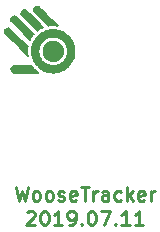
<source format=gbr>
G04 #@! TF.GenerationSoftware,KiCad,Pcbnew,5.0.0*
G04 #@! TF.CreationDate,2019-07-11T02:24:03-06:00*
G04 #@! TF.ProjectId,woose-tracker,776F6F73652D747261636B65722E6B69,1*
G04 #@! TF.SameCoordinates,Original*
G04 #@! TF.FileFunction,Soldermask,Top*
G04 #@! TF.FilePolarity,Negative*
%FSLAX46Y46*%
G04 Gerber Fmt 4.6, Leading zero omitted, Abs format (unit mm)*
G04 Created by KiCad (PCBNEW 5.0.0) date Thu Jul 11 02:24:03 2019*
%MOMM*%
%LPD*%
G01*
G04 APERTURE LIST*
%ADD10C,0.250000*%
%ADD11C,0.002540*%
G04 APERTURE END LIST*
D10*
X49911097Y-49006097D02*
X50196811Y-50206097D01*
X50425382Y-49348954D01*
X50653954Y-50206097D01*
X50939668Y-49006097D01*
X51568240Y-50206097D02*
X51453954Y-50148954D01*
X51396811Y-50091811D01*
X51339668Y-49977525D01*
X51339668Y-49634668D01*
X51396811Y-49520382D01*
X51453954Y-49463240D01*
X51568240Y-49406097D01*
X51739668Y-49406097D01*
X51853954Y-49463240D01*
X51911097Y-49520382D01*
X51968240Y-49634668D01*
X51968240Y-49977525D01*
X51911097Y-50091811D01*
X51853954Y-50148954D01*
X51739668Y-50206097D01*
X51568240Y-50206097D01*
X52653954Y-50206097D02*
X52539668Y-50148954D01*
X52482525Y-50091811D01*
X52425382Y-49977525D01*
X52425382Y-49634668D01*
X52482525Y-49520382D01*
X52539668Y-49463240D01*
X52653954Y-49406097D01*
X52825382Y-49406097D01*
X52939668Y-49463240D01*
X52996811Y-49520382D01*
X53053954Y-49634668D01*
X53053954Y-49977525D01*
X52996811Y-50091811D01*
X52939668Y-50148954D01*
X52825382Y-50206097D01*
X52653954Y-50206097D01*
X53511097Y-50148954D02*
X53625382Y-50206097D01*
X53853954Y-50206097D01*
X53968240Y-50148954D01*
X54025382Y-50034668D01*
X54025382Y-49977525D01*
X53968240Y-49863240D01*
X53853954Y-49806097D01*
X53682525Y-49806097D01*
X53568240Y-49748954D01*
X53511097Y-49634668D01*
X53511097Y-49577525D01*
X53568240Y-49463240D01*
X53682525Y-49406097D01*
X53853954Y-49406097D01*
X53968240Y-49463240D01*
X54996811Y-50148954D02*
X54882525Y-50206097D01*
X54653954Y-50206097D01*
X54539668Y-50148954D01*
X54482525Y-50034668D01*
X54482525Y-49577525D01*
X54539668Y-49463240D01*
X54653954Y-49406097D01*
X54882525Y-49406097D01*
X54996811Y-49463240D01*
X55053954Y-49577525D01*
X55053954Y-49691811D01*
X54482525Y-49806097D01*
X55396811Y-49006097D02*
X56082525Y-49006097D01*
X55739668Y-50206097D02*
X55739668Y-49006097D01*
X56482525Y-50206097D02*
X56482525Y-49406097D01*
X56482525Y-49634668D02*
X56539668Y-49520382D01*
X56596811Y-49463240D01*
X56711097Y-49406097D01*
X56825382Y-49406097D01*
X57739668Y-50206097D02*
X57739668Y-49577525D01*
X57682525Y-49463240D01*
X57568240Y-49406097D01*
X57339668Y-49406097D01*
X57225382Y-49463240D01*
X57739668Y-50148954D02*
X57625382Y-50206097D01*
X57339668Y-50206097D01*
X57225382Y-50148954D01*
X57168240Y-50034668D01*
X57168240Y-49920382D01*
X57225382Y-49806097D01*
X57339668Y-49748954D01*
X57625382Y-49748954D01*
X57739668Y-49691811D01*
X58825382Y-50148954D02*
X58711097Y-50206097D01*
X58482525Y-50206097D01*
X58368240Y-50148954D01*
X58311097Y-50091811D01*
X58253954Y-49977525D01*
X58253954Y-49634668D01*
X58311097Y-49520382D01*
X58368240Y-49463240D01*
X58482525Y-49406097D01*
X58711097Y-49406097D01*
X58825382Y-49463240D01*
X59339668Y-50206097D02*
X59339668Y-49006097D01*
X59453954Y-49748954D02*
X59796811Y-50206097D01*
X59796811Y-49406097D02*
X59339668Y-49863240D01*
X60768240Y-50148954D02*
X60653954Y-50206097D01*
X60425382Y-50206097D01*
X60311097Y-50148954D01*
X60253954Y-50034668D01*
X60253954Y-49577525D01*
X60311097Y-49463240D01*
X60425382Y-49406097D01*
X60653954Y-49406097D01*
X60768240Y-49463240D01*
X60825382Y-49577525D01*
X60825382Y-49691811D01*
X60253954Y-49806097D01*
X61339668Y-50206097D02*
X61339668Y-49406097D01*
X61339668Y-49634668D02*
X61396811Y-49520382D01*
X61453954Y-49463240D01*
X61568240Y-49406097D01*
X61682525Y-49406097D01*
X50853954Y-51170382D02*
X50911097Y-51113240D01*
X51025382Y-51056097D01*
X51311097Y-51056097D01*
X51425382Y-51113240D01*
X51482525Y-51170382D01*
X51539668Y-51284668D01*
X51539668Y-51398954D01*
X51482525Y-51570382D01*
X50796811Y-52256097D01*
X51539668Y-52256097D01*
X52282525Y-51056097D02*
X52396811Y-51056097D01*
X52511097Y-51113240D01*
X52568240Y-51170382D01*
X52625382Y-51284668D01*
X52682525Y-51513240D01*
X52682525Y-51798954D01*
X52625382Y-52027525D01*
X52568240Y-52141811D01*
X52511097Y-52198954D01*
X52396811Y-52256097D01*
X52282525Y-52256097D01*
X52168240Y-52198954D01*
X52111097Y-52141811D01*
X52053954Y-52027525D01*
X51996811Y-51798954D01*
X51996811Y-51513240D01*
X52053954Y-51284668D01*
X52111097Y-51170382D01*
X52168240Y-51113240D01*
X52282525Y-51056097D01*
X53825382Y-52256097D02*
X53139668Y-52256097D01*
X53482525Y-52256097D02*
X53482525Y-51056097D01*
X53368240Y-51227525D01*
X53253954Y-51341811D01*
X53139668Y-51398954D01*
X54396811Y-52256097D02*
X54625382Y-52256097D01*
X54739668Y-52198954D01*
X54796811Y-52141811D01*
X54911097Y-51970382D01*
X54968240Y-51741811D01*
X54968240Y-51284668D01*
X54911097Y-51170382D01*
X54853954Y-51113240D01*
X54739668Y-51056097D01*
X54511097Y-51056097D01*
X54396811Y-51113240D01*
X54339668Y-51170382D01*
X54282525Y-51284668D01*
X54282525Y-51570382D01*
X54339668Y-51684668D01*
X54396811Y-51741811D01*
X54511097Y-51798954D01*
X54739668Y-51798954D01*
X54853954Y-51741811D01*
X54911097Y-51684668D01*
X54968240Y-51570382D01*
X55482525Y-52141811D02*
X55539668Y-52198954D01*
X55482525Y-52256097D01*
X55425382Y-52198954D01*
X55482525Y-52141811D01*
X55482525Y-52256097D01*
X56282525Y-51056097D02*
X56396811Y-51056097D01*
X56511097Y-51113240D01*
X56568240Y-51170382D01*
X56625382Y-51284668D01*
X56682525Y-51513240D01*
X56682525Y-51798954D01*
X56625382Y-52027525D01*
X56568240Y-52141811D01*
X56511097Y-52198954D01*
X56396811Y-52256097D01*
X56282525Y-52256097D01*
X56168240Y-52198954D01*
X56111097Y-52141811D01*
X56053954Y-52027525D01*
X55996811Y-51798954D01*
X55996811Y-51513240D01*
X56053954Y-51284668D01*
X56111097Y-51170382D01*
X56168240Y-51113240D01*
X56282525Y-51056097D01*
X57082525Y-51056097D02*
X57882525Y-51056097D01*
X57368240Y-52256097D01*
X58339668Y-52141811D02*
X58396811Y-52198954D01*
X58339668Y-52256097D01*
X58282525Y-52198954D01*
X58339668Y-52141811D01*
X58339668Y-52256097D01*
X59539668Y-52256097D02*
X58853954Y-52256097D01*
X59196811Y-52256097D02*
X59196811Y-51056097D01*
X59082525Y-51227525D01*
X58968240Y-51341811D01*
X58853954Y-51398954D01*
X60682525Y-52256097D02*
X59996811Y-52256097D01*
X60339668Y-52256097D02*
X60339668Y-51056097D01*
X60225382Y-51227525D01*
X60111097Y-51341811D01*
X59996811Y-51398954D01*
D11*
G04 #@! TO.C,P1*
G36*
X53645771Y-36914396D02*
X53687081Y-36959298D01*
X53724798Y-37000607D01*
X53746350Y-37029344D01*
X53802028Y-37120942D01*
X53845133Y-37217929D01*
X53877462Y-37318508D01*
X53893626Y-37420883D01*
X53899015Y-37523258D01*
X53891830Y-37627429D01*
X53870278Y-37728007D01*
X53836153Y-37830382D01*
X53789455Y-37927369D01*
X53762515Y-37972270D01*
X53740962Y-38001007D01*
X53714021Y-38035132D01*
X53681692Y-38071053D01*
X53649363Y-38106974D01*
X53617035Y-38142895D01*
X53588298Y-38168040D01*
X53573929Y-38182408D01*
X53480535Y-38247066D01*
X53385344Y-38299152D01*
X53284765Y-38338665D01*
X53182390Y-38365606D01*
X53078219Y-38376382D01*
X52970456Y-38376382D01*
X52866285Y-38358421D01*
X52835752Y-38353033D01*
X52742358Y-38324296D01*
X52654351Y-38286579D01*
X52573529Y-38238086D01*
X52496299Y-38178816D01*
X52420864Y-38106974D01*
X52399312Y-38085422D01*
X52359799Y-38042316D01*
X52329266Y-38004599D01*
X52304121Y-37965086D01*
X52293345Y-37947126D01*
X52243055Y-37850139D01*
X52203542Y-37749560D01*
X52178398Y-37648981D01*
X52169417Y-37543014D01*
X52171213Y-37437047D01*
X52189174Y-37332876D01*
X52217911Y-37228705D01*
X52259220Y-37133515D01*
X52284365Y-37086817D01*
X52309509Y-37047304D01*
X52336450Y-37009587D01*
X52368779Y-36970074D01*
X52408292Y-36930561D01*
X52454989Y-36883863D01*
X52510667Y-36835370D01*
X52557364Y-36795857D01*
X52604062Y-36763528D01*
X52654351Y-36738383D01*
X52708233Y-36713239D01*
X52749542Y-36697074D01*
X52855509Y-36666541D01*
X52961476Y-36650377D01*
X53069239Y-36646785D01*
X53173410Y-36657561D01*
X53277581Y-36682706D01*
X53376364Y-36720423D01*
X53473350Y-36770712D01*
X53520048Y-36803041D01*
X53557765Y-36833574D01*
X53600870Y-36869495D01*
X53645771Y-36914396D01*
X53645771Y-36914396D01*
G37*
X53645771Y-36914396D02*
X53687081Y-36959298D01*
X53724798Y-37000607D01*
X53746350Y-37029344D01*
X53802028Y-37120942D01*
X53845133Y-37217929D01*
X53877462Y-37318508D01*
X53893626Y-37420883D01*
X53899015Y-37523258D01*
X53891830Y-37627429D01*
X53870278Y-37728007D01*
X53836153Y-37830382D01*
X53789455Y-37927369D01*
X53762515Y-37972270D01*
X53740962Y-38001007D01*
X53714021Y-38035132D01*
X53681692Y-38071053D01*
X53649363Y-38106974D01*
X53617035Y-38142895D01*
X53588298Y-38168040D01*
X53573929Y-38182408D01*
X53480535Y-38247066D01*
X53385344Y-38299152D01*
X53284765Y-38338665D01*
X53182390Y-38365606D01*
X53078219Y-38376382D01*
X52970456Y-38376382D01*
X52866285Y-38358421D01*
X52835752Y-38353033D01*
X52742358Y-38324296D01*
X52654351Y-38286579D01*
X52573529Y-38238086D01*
X52496299Y-38178816D01*
X52420864Y-38106974D01*
X52399312Y-38085422D01*
X52359799Y-38042316D01*
X52329266Y-38004599D01*
X52304121Y-37965086D01*
X52293345Y-37947126D01*
X52243055Y-37850139D01*
X52203542Y-37749560D01*
X52178398Y-37648981D01*
X52169417Y-37543014D01*
X52171213Y-37437047D01*
X52189174Y-37332876D01*
X52217911Y-37228705D01*
X52259220Y-37133515D01*
X52284365Y-37086817D01*
X52309509Y-37047304D01*
X52336450Y-37009587D01*
X52368779Y-36970074D01*
X52408292Y-36930561D01*
X52454989Y-36883863D01*
X52510667Y-36835370D01*
X52557364Y-36795857D01*
X52604062Y-36763528D01*
X52654351Y-36738383D01*
X52708233Y-36713239D01*
X52749542Y-36697074D01*
X52855509Y-36666541D01*
X52961476Y-36650377D01*
X53069239Y-36646785D01*
X53173410Y-36657561D01*
X53277581Y-36682706D01*
X53376364Y-36720423D01*
X53473350Y-36770712D01*
X53520048Y-36803041D01*
X53557765Y-36833574D01*
X53600870Y-36869495D01*
X53645771Y-36914396D01*
G36*
X51409688Y-36064864D02*
X51382747Y-36095397D01*
X51312701Y-36186996D01*
X51249839Y-36275002D01*
X51195958Y-36357620D01*
X51147464Y-36438443D01*
X51142076Y-36451015D01*
X51124115Y-36483344D01*
X51104359Y-36513877D01*
X51088194Y-36540818D01*
X51075622Y-36556982D01*
X51052273Y-36583923D01*
X50256623Y-35784680D01*
X49460972Y-34985437D01*
X49443012Y-34945924D01*
X49421459Y-34884858D01*
X49416071Y-34821997D01*
X49426847Y-34760931D01*
X49446604Y-34701661D01*
X49482525Y-34644188D01*
X49496893Y-34629819D01*
X49547182Y-34579530D01*
X49601064Y-34543609D01*
X49658538Y-34522056D01*
X49719603Y-34511280D01*
X49784261Y-34514872D01*
X49839939Y-34531036D01*
X49888432Y-34547201D01*
X50648162Y-35306930D01*
X51409688Y-36064864D01*
X51409688Y-36064864D01*
G37*
X51409688Y-36064864D02*
X51382747Y-36095397D01*
X51312701Y-36186996D01*
X51249839Y-36275002D01*
X51195958Y-36357620D01*
X51147464Y-36438443D01*
X51142076Y-36451015D01*
X51124115Y-36483344D01*
X51104359Y-36513877D01*
X51088194Y-36540818D01*
X51075622Y-36556982D01*
X51052273Y-36583923D01*
X50256623Y-35784680D01*
X49460972Y-34985437D01*
X49443012Y-34945924D01*
X49421459Y-34884858D01*
X49416071Y-34821997D01*
X49426847Y-34760931D01*
X49446604Y-34701661D01*
X49482525Y-34644188D01*
X49496893Y-34629819D01*
X49547182Y-34579530D01*
X49601064Y-34543609D01*
X49658538Y-34522056D01*
X49719603Y-34511280D01*
X49784261Y-34514872D01*
X49839939Y-34531036D01*
X49888432Y-34547201D01*
X50648162Y-35306930D01*
X51409688Y-36064864D01*
G36*
X52223299Y-35481147D02*
X52205338Y-35499108D01*
X52189174Y-35511680D01*
X52174805Y-35522457D01*
X52173009Y-35520661D01*
X52162233Y-35524253D01*
X52142476Y-35533233D01*
X52113740Y-35547601D01*
X52081411Y-35561970D01*
X52070634Y-35569154D01*
X51991608Y-35608667D01*
X51907194Y-35657160D01*
X51828168Y-35707450D01*
X51752733Y-35757739D01*
X51741957Y-35764923D01*
X51675503Y-35813417D01*
X51007372Y-35141694D01*
X50337445Y-34468174D01*
X50321281Y-34430457D01*
X50303320Y-34369392D01*
X50297932Y-34306530D01*
X50305116Y-34245464D01*
X50323077Y-34187991D01*
X50328465Y-34179010D01*
X50350017Y-34143089D01*
X50380550Y-34105372D01*
X50416471Y-34073043D01*
X50454188Y-34042510D01*
X50486517Y-34020958D01*
X50547583Y-33999405D01*
X50610445Y-33994017D01*
X50673307Y-33999405D01*
X50730780Y-34017366D01*
X50772089Y-34033530D01*
X51495898Y-34757339D01*
X52223299Y-35481147D01*
X52223299Y-35481147D01*
G37*
X52223299Y-35481147D02*
X52205338Y-35499108D01*
X52189174Y-35511680D01*
X52174805Y-35522457D01*
X52173009Y-35520661D01*
X52162233Y-35524253D01*
X52142476Y-35533233D01*
X52113740Y-35547601D01*
X52081411Y-35561970D01*
X52070634Y-35569154D01*
X51991608Y-35608667D01*
X51907194Y-35657160D01*
X51828168Y-35707450D01*
X51752733Y-35757739D01*
X51741957Y-35764923D01*
X51675503Y-35813417D01*
X51007372Y-35141694D01*
X50337445Y-34468174D01*
X50321281Y-34430457D01*
X50303320Y-34369392D01*
X50297932Y-34306530D01*
X50305116Y-34245464D01*
X50323077Y-34187991D01*
X50328465Y-34179010D01*
X50350017Y-34143089D01*
X50380550Y-34105372D01*
X50416471Y-34073043D01*
X50454188Y-34042510D01*
X50486517Y-34020958D01*
X50547583Y-33999405D01*
X50610445Y-33994017D01*
X50673307Y-33999405D01*
X50730780Y-34017366D01*
X50772089Y-34033530D01*
X51495898Y-34757339D01*
X52223299Y-35481147D01*
G36*
X53441022Y-35341055D02*
X53423061Y-35359016D01*
X53412285Y-35366200D01*
X53399712Y-35371588D01*
X53381752Y-35371588D01*
X53358403Y-35369792D01*
X53243456Y-35355424D01*
X53124917Y-35348240D01*
X52999193Y-35348240D01*
X52877061Y-35351832D01*
X52758522Y-35362608D01*
X52647167Y-35380569D01*
X52607654Y-35387753D01*
X52014957Y-34795056D01*
X51923358Y-34703457D01*
X51842536Y-34622635D01*
X51768898Y-34548997D01*
X51706036Y-34486135D01*
X51650358Y-34426865D01*
X51601865Y-34378372D01*
X51560556Y-34337063D01*
X51524635Y-34301142D01*
X51494102Y-34270609D01*
X51470753Y-34243668D01*
X51449201Y-34222115D01*
X51433036Y-34205951D01*
X51422260Y-34191583D01*
X51411484Y-34180806D01*
X51406095Y-34171826D01*
X51400707Y-34166438D01*
X51400707Y-34162846D01*
X51373767Y-34103576D01*
X51359398Y-34042510D01*
X51359398Y-33981445D01*
X51373767Y-33923971D01*
X51400707Y-33864701D01*
X51420464Y-33834168D01*
X51467161Y-33783879D01*
X51517451Y-33744366D01*
X51573128Y-33717425D01*
X51632398Y-33701261D01*
X51691668Y-33699465D01*
X51750937Y-33708445D01*
X51806615Y-33731793D01*
X51838944Y-33749754D01*
X51847924Y-33758734D01*
X51867681Y-33774899D01*
X51896417Y-33803636D01*
X51934135Y-33841353D01*
X51984424Y-33888050D01*
X52040102Y-33943728D01*
X52104759Y-34008385D01*
X52180194Y-34083820D01*
X52264608Y-34164642D01*
X52356207Y-34256240D01*
X52454989Y-34355023D01*
X52564549Y-34464582D01*
X52656147Y-34556181D01*
X53441022Y-35341055D01*
X53441022Y-35341055D01*
G37*
X53441022Y-35341055D02*
X53423061Y-35359016D01*
X53412285Y-35366200D01*
X53399712Y-35371588D01*
X53381752Y-35371588D01*
X53358403Y-35369792D01*
X53243456Y-35355424D01*
X53124917Y-35348240D01*
X52999193Y-35348240D01*
X52877061Y-35351832D01*
X52758522Y-35362608D01*
X52647167Y-35380569D01*
X52607654Y-35387753D01*
X52014957Y-34795056D01*
X51923358Y-34703457D01*
X51842536Y-34622635D01*
X51768898Y-34548997D01*
X51706036Y-34486135D01*
X51650358Y-34426865D01*
X51601865Y-34378372D01*
X51560556Y-34337063D01*
X51524635Y-34301142D01*
X51494102Y-34270609D01*
X51470753Y-34243668D01*
X51449201Y-34222115D01*
X51433036Y-34205951D01*
X51422260Y-34191583D01*
X51411484Y-34180806D01*
X51406095Y-34171826D01*
X51400707Y-34166438D01*
X51400707Y-34162846D01*
X51373767Y-34103576D01*
X51359398Y-34042510D01*
X51359398Y-33981445D01*
X51373767Y-33923971D01*
X51400707Y-33864701D01*
X51420464Y-33834168D01*
X51467161Y-33783879D01*
X51517451Y-33744366D01*
X51573128Y-33717425D01*
X51632398Y-33701261D01*
X51691668Y-33699465D01*
X51750937Y-33708445D01*
X51806615Y-33731793D01*
X51838944Y-33749754D01*
X51847924Y-33758734D01*
X51867681Y-33774899D01*
X51896417Y-33803636D01*
X51934135Y-33841353D01*
X51984424Y-33888050D01*
X52040102Y-33943728D01*
X52104759Y-34008385D01*
X52180194Y-34083820D01*
X52264608Y-34164642D01*
X52356207Y-34256240D01*
X52454989Y-34355023D01*
X52564549Y-34464582D01*
X52656147Y-34556181D01*
X53441022Y-35341055D01*
G36*
X50903201Y-37113758D02*
X50894221Y-37180212D01*
X50879852Y-37284383D01*
X50872668Y-37395738D01*
X50869076Y-37510685D01*
X50870872Y-37627429D01*
X50879852Y-37740580D01*
X50881649Y-37745968D01*
X50885241Y-37785481D01*
X50890629Y-37823198D01*
X50894221Y-37855527D01*
X50897813Y-37880672D01*
X50899609Y-37886060D01*
X50901405Y-37905817D01*
X50896017Y-37921981D01*
X50888833Y-37932757D01*
X50872668Y-37948922D01*
X49901005Y-36973666D01*
X48925749Y-35998410D01*
X48909584Y-35949917D01*
X48893420Y-35887055D01*
X48893420Y-35822397D01*
X48904196Y-35761331D01*
X48909584Y-35748759D01*
X48916769Y-35727206D01*
X48925749Y-35711042D01*
X48932933Y-35696674D01*
X48945505Y-35680509D01*
X48965262Y-35660753D01*
X48992203Y-35633812D01*
X49056860Y-35569154D01*
X49112538Y-35549397D01*
X49177196Y-35535029D01*
X49240058Y-35533233D01*
X49304716Y-35547601D01*
X49310104Y-35549397D01*
X49351413Y-35565562D01*
X50127307Y-36337864D01*
X50903201Y-37113758D01*
X50903201Y-37113758D01*
G37*
X50903201Y-37113758D02*
X50894221Y-37180212D01*
X50879852Y-37284383D01*
X50872668Y-37395738D01*
X50869076Y-37510685D01*
X50870872Y-37627429D01*
X50879852Y-37740580D01*
X50881649Y-37745968D01*
X50885241Y-37785481D01*
X50890629Y-37823198D01*
X50894221Y-37855527D01*
X50897813Y-37880672D01*
X50899609Y-37886060D01*
X50901405Y-37905817D01*
X50896017Y-37921981D01*
X50888833Y-37932757D01*
X50872668Y-37948922D01*
X49901005Y-36973666D01*
X48925749Y-35998410D01*
X48909584Y-35949917D01*
X48893420Y-35887055D01*
X48893420Y-35822397D01*
X48904196Y-35761331D01*
X48909584Y-35748759D01*
X48916769Y-35727206D01*
X48925749Y-35711042D01*
X48932933Y-35696674D01*
X48945505Y-35680509D01*
X48965262Y-35660753D01*
X48992203Y-35633812D01*
X49056860Y-35569154D01*
X49112538Y-35549397D01*
X49177196Y-35535029D01*
X49240058Y-35533233D01*
X49304716Y-35547601D01*
X49310104Y-35549397D01*
X49351413Y-35565562D01*
X50127307Y-36337864D01*
X50903201Y-37113758D01*
G36*
X51231879Y-38732000D02*
X51282168Y-38800250D01*
X51382747Y-38925974D01*
X51488714Y-39042717D01*
X51598273Y-39145092D01*
X51709628Y-39234894D01*
X51715016Y-39240283D01*
X51743753Y-39261835D01*
X51772490Y-39283388D01*
X51794043Y-39301348D01*
X51810207Y-39313921D01*
X51820983Y-39328289D01*
X51822779Y-39337269D01*
X51815595Y-39348046D01*
X51813799Y-39349842D01*
X51810207Y-39353434D01*
X51804819Y-39355230D01*
X51797635Y-39355230D01*
X51786858Y-39358822D01*
X51772490Y-39358822D01*
X51752733Y-39360618D01*
X51729385Y-39362414D01*
X51700648Y-39362414D01*
X51662931Y-39364210D01*
X51619826Y-39364210D01*
X51567740Y-39366006D01*
X51508470Y-39364210D01*
X51438424Y-39366006D01*
X51359398Y-39366006D01*
X51269596Y-39366006D01*
X51169017Y-39366006D01*
X51054069Y-39366006D01*
X50928346Y-39366006D01*
X50791846Y-39366006D01*
X50752333Y-39366006D01*
X50605057Y-39366006D01*
X50473945Y-39364210D01*
X50353609Y-39366006D01*
X50245846Y-39366006D01*
X50148860Y-39366006D01*
X50064445Y-39364210D01*
X49989011Y-39364210D01*
X49920761Y-39364210D01*
X49865084Y-39362414D01*
X49812998Y-39360618D01*
X49771689Y-39358822D01*
X49733972Y-39357026D01*
X49703439Y-39351638D01*
X49678294Y-39348046D01*
X49656742Y-39344454D01*
X49640577Y-39339065D01*
X49624413Y-39333677D01*
X49611840Y-39324697D01*
X49601064Y-39317513D01*
X49592084Y-39308533D01*
X49584900Y-39301348D01*
X49574123Y-39290572D01*
X49561551Y-39278000D01*
X49552571Y-39269019D01*
X49525630Y-39238487D01*
X49505873Y-39218730D01*
X49491505Y-39200769D01*
X49480729Y-39182809D01*
X49473544Y-39164848D01*
X49460972Y-39127131D01*
X49455584Y-39082230D01*
X49453788Y-39033737D01*
X49457380Y-38990631D01*
X49460972Y-38976263D01*
X49480729Y-38924178D01*
X49513058Y-38873888D01*
X49556163Y-38827191D01*
X49602860Y-38787678D01*
X49656742Y-38758941D01*
X49690867Y-38746369D01*
X49703439Y-38744572D01*
X49724992Y-38740980D01*
X49757320Y-38740980D01*
X49802222Y-38739184D01*
X49854307Y-38737388D01*
X49920761Y-38735592D01*
X49999787Y-38735592D01*
X50089590Y-38735592D01*
X50191965Y-38733796D01*
X50306912Y-38733796D01*
X50438024Y-38732000D01*
X50479333Y-38733796D01*
X51231879Y-38732000D01*
X51231879Y-38732000D01*
G37*
X51231879Y-38732000D02*
X51282168Y-38800250D01*
X51382747Y-38925974D01*
X51488714Y-39042717D01*
X51598273Y-39145092D01*
X51709628Y-39234894D01*
X51715016Y-39240283D01*
X51743753Y-39261835D01*
X51772490Y-39283388D01*
X51794043Y-39301348D01*
X51810207Y-39313921D01*
X51820983Y-39328289D01*
X51822779Y-39337269D01*
X51815595Y-39348046D01*
X51813799Y-39349842D01*
X51810207Y-39353434D01*
X51804819Y-39355230D01*
X51797635Y-39355230D01*
X51786858Y-39358822D01*
X51772490Y-39358822D01*
X51752733Y-39360618D01*
X51729385Y-39362414D01*
X51700648Y-39362414D01*
X51662931Y-39364210D01*
X51619826Y-39364210D01*
X51567740Y-39366006D01*
X51508470Y-39364210D01*
X51438424Y-39366006D01*
X51359398Y-39366006D01*
X51269596Y-39366006D01*
X51169017Y-39366006D01*
X51054069Y-39366006D01*
X50928346Y-39366006D01*
X50791846Y-39366006D01*
X50752333Y-39366006D01*
X50605057Y-39366006D01*
X50473945Y-39364210D01*
X50353609Y-39366006D01*
X50245846Y-39366006D01*
X50148860Y-39366006D01*
X50064445Y-39364210D01*
X49989011Y-39364210D01*
X49920761Y-39364210D01*
X49865084Y-39362414D01*
X49812998Y-39360618D01*
X49771689Y-39358822D01*
X49733972Y-39357026D01*
X49703439Y-39351638D01*
X49678294Y-39348046D01*
X49656742Y-39344454D01*
X49640577Y-39339065D01*
X49624413Y-39333677D01*
X49611840Y-39324697D01*
X49601064Y-39317513D01*
X49592084Y-39308533D01*
X49584900Y-39301348D01*
X49574123Y-39290572D01*
X49561551Y-39278000D01*
X49552571Y-39269019D01*
X49525630Y-39238487D01*
X49505873Y-39218730D01*
X49491505Y-39200769D01*
X49480729Y-39182809D01*
X49473544Y-39164848D01*
X49460972Y-39127131D01*
X49455584Y-39082230D01*
X49453788Y-39033737D01*
X49457380Y-38990631D01*
X49460972Y-38976263D01*
X49480729Y-38924178D01*
X49513058Y-38873888D01*
X49556163Y-38827191D01*
X49602860Y-38787678D01*
X49656742Y-38758941D01*
X49690867Y-38746369D01*
X49703439Y-38744572D01*
X49724992Y-38740980D01*
X49757320Y-38740980D01*
X49802222Y-38739184D01*
X49854307Y-38737388D01*
X49920761Y-38735592D01*
X49999787Y-38735592D01*
X50089590Y-38735592D01*
X50191965Y-38733796D01*
X50306912Y-38733796D01*
X50438024Y-38732000D01*
X50479333Y-38733796D01*
X51231879Y-38732000D01*
G36*
X54346231Y-36239081D02*
X54396521Y-36289370D01*
X54441422Y-36337864D01*
X54477343Y-36380969D01*
X54488119Y-36395337D01*
X54583310Y-36526449D01*
X54662336Y-36662949D01*
X54730586Y-36806633D01*
X54786264Y-36955705D01*
X54827573Y-37108370D01*
X54858106Y-37268218D01*
X54865290Y-37329284D01*
X54868882Y-37397534D01*
X54870678Y-37471172D01*
X54872474Y-37544810D01*
X54870678Y-37618448D01*
X54868882Y-37631021D01*
X53872074Y-36634212D01*
X53778679Y-36555186D01*
X53717613Y-36512081D01*
X53604462Y-36445627D01*
X53485923Y-36391745D01*
X53365587Y-36350436D01*
X53239864Y-36321699D01*
X53114140Y-36307331D01*
X52986621Y-36305535D01*
X52859101Y-36318107D01*
X52733377Y-36343252D01*
X52611246Y-36379173D01*
X52490910Y-36431258D01*
X52483726Y-36434851D01*
X52424457Y-36465383D01*
X52375963Y-36495916D01*
X52332858Y-36524653D01*
X52289753Y-36556982D01*
X52248444Y-36591107D01*
X52203542Y-36636008D01*
X52178398Y-36657561D01*
X52131700Y-36707850D01*
X52092187Y-36750956D01*
X52058062Y-36792265D01*
X52029325Y-36835370D01*
X52000588Y-36882067D01*
X51970056Y-36934153D01*
X51955687Y-36962890D01*
X51903602Y-37083225D01*
X51864089Y-37205357D01*
X51838944Y-37331080D01*
X51826371Y-37458600D01*
X51828168Y-37586119D01*
X51844332Y-37713639D01*
X51869477Y-37839363D01*
X51912582Y-37961494D01*
X51957483Y-38063869D01*
X52009569Y-38162652D01*
X52068838Y-38250658D01*
X52133496Y-38329685D01*
X52207134Y-38403323D01*
X52304121Y-38482349D01*
X52410088Y-38552395D01*
X52521443Y-38609869D01*
X52639983Y-38656566D01*
X52762114Y-38688895D01*
X52884246Y-38710447D01*
X53009969Y-38721224D01*
X53137489Y-38715836D01*
X53259620Y-38701467D01*
X53385344Y-38672730D01*
X53435633Y-38654770D01*
X53559561Y-38606277D01*
X53674508Y-38545211D01*
X53778679Y-38473369D01*
X53875666Y-38390750D01*
X53961876Y-38297356D01*
X54019350Y-38221922D01*
X54082212Y-38119547D01*
X54137889Y-38009988D01*
X54182791Y-37893244D01*
X54215120Y-37774705D01*
X54234876Y-37654369D01*
X54242060Y-37525054D01*
X54236672Y-37401126D01*
X54218712Y-37275403D01*
X54189975Y-37153271D01*
X54148666Y-37036528D01*
X54094784Y-36925173D01*
X54030126Y-36821002D01*
X53956488Y-36722219D01*
X53872074Y-36634212D01*
X54868882Y-37631021D01*
X54867086Y-37679514D01*
X54865290Y-37699271D01*
X54840145Y-37857323D01*
X54802428Y-38013580D01*
X54752139Y-38164448D01*
X54689277Y-38309928D01*
X54612047Y-38448224D01*
X54525836Y-38581132D01*
X54425258Y-38706855D01*
X54317495Y-38818211D01*
X54290554Y-38845151D01*
X54265409Y-38870296D01*
X54242060Y-38890053D01*
X54227692Y-38904421D01*
X54225896Y-38906217D01*
X54096580Y-39006796D01*
X53960080Y-39096599D01*
X53819988Y-39172033D01*
X53676304Y-39233098D01*
X53525436Y-39283388D01*
X53372772Y-39321105D01*
X53214719Y-39342658D01*
X53191370Y-39344454D01*
X53033318Y-39351638D01*
X52875265Y-39344454D01*
X52720805Y-39322901D01*
X52566345Y-39290572D01*
X52419068Y-39243875D01*
X52273588Y-39184605D01*
X52133496Y-39112763D01*
X52000588Y-39026553D01*
X51876661Y-38934954D01*
X51812003Y-38877480D01*
X51745549Y-38811026D01*
X51679095Y-38740980D01*
X51614437Y-38669138D01*
X51556964Y-38597296D01*
X51504878Y-38527250D01*
X51479734Y-38491329D01*
X51400707Y-38354829D01*
X51334253Y-38212941D01*
X51280372Y-38065665D01*
X51240859Y-37918389D01*
X51212122Y-37767521D01*
X51197754Y-37616652D01*
X51195958Y-37463988D01*
X51208530Y-37311324D01*
X51230082Y-37160455D01*
X51267800Y-37011383D01*
X51316293Y-36865903D01*
X51375563Y-36724015D01*
X51450997Y-36587515D01*
X51497694Y-36512081D01*
X51535411Y-36456403D01*
X51571332Y-36409706D01*
X51607253Y-36363009D01*
X51644970Y-36318107D01*
X51691668Y-36271410D01*
X51741957Y-36217528D01*
X51851516Y-36115153D01*
X51962871Y-36025351D01*
X52076023Y-35948121D01*
X52192766Y-35881667D01*
X52318490Y-35820601D01*
X52451397Y-35770312D01*
X52481930Y-35761331D01*
X52631002Y-35720022D01*
X52785463Y-35691285D01*
X52939923Y-35676917D01*
X53092588Y-35675121D01*
X53245252Y-35684101D01*
X53396120Y-35709246D01*
X53546989Y-35745167D01*
X53692469Y-35797252D01*
X53834357Y-35856522D01*
X53970857Y-35931956D01*
X54100172Y-36018167D01*
X54152258Y-36059476D01*
X54195363Y-36095397D01*
X54243856Y-36136706D01*
X54294146Y-36186996D01*
X54346231Y-36239081D01*
X54346231Y-36239081D01*
G37*
X54346231Y-36239081D02*
X54396521Y-36289370D01*
X54441422Y-36337864D01*
X54477343Y-36380969D01*
X54488119Y-36395337D01*
X54583310Y-36526449D01*
X54662336Y-36662949D01*
X54730586Y-36806633D01*
X54786264Y-36955705D01*
X54827573Y-37108370D01*
X54858106Y-37268218D01*
X54865290Y-37329284D01*
X54868882Y-37397534D01*
X54870678Y-37471172D01*
X54872474Y-37544810D01*
X54870678Y-37618448D01*
X54868882Y-37631021D01*
X53872074Y-36634212D01*
X53778679Y-36555186D01*
X53717613Y-36512081D01*
X53604462Y-36445627D01*
X53485923Y-36391745D01*
X53365587Y-36350436D01*
X53239864Y-36321699D01*
X53114140Y-36307331D01*
X52986621Y-36305535D01*
X52859101Y-36318107D01*
X52733377Y-36343252D01*
X52611246Y-36379173D01*
X52490910Y-36431258D01*
X52483726Y-36434851D01*
X52424457Y-36465383D01*
X52375963Y-36495916D01*
X52332858Y-36524653D01*
X52289753Y-36556982D01*
X52248444Y-36591107D01*
X52203542Y-36636008D01*
X52178398Y-36657561D01*
X52131700Y-36707850D01*
X52092187Y-36750956D01*
X52058062Y-36792265D01*
X52029325Y-36835370D01*
X52000588Y-36882067D01*
X51970056Y-36934153D01*
X51955687Y-36962890D01*
X51903602Y-37083225D01*
X51864089Y-37205357D01*
X51838944Y-37331080D01*
X51826371Y-37458600D01*
X51828168Y-37586119D01*
X51844332Y-37713639D01*
X51869477Y-37839363D01*
X51912582Y-37961494D01*
X51957483Y-38063869D01*
X52009569Y-38162652D01*
X52068838Y-38250658D01*
X52133496Y-38329685D01*
X52207134Y-38403323D01*
X52304121Y-38482349D01*
X52410088Y-38552395D01*
X52521443Y-38609869D01*
X52639983Y-38656566D01*
X52762114Y-38688895D01*
X52884246Y-38710447D01*
X53009969Y-38721224D01*
X53137489Y-38715836D01*
X53259620Y-38701467D01*
X53385344Y-38672730D01*
X53435633Y-38654770D01*
X53559561Y-38606277D01*
X53674508Y-38545211D01*
X53778679Y-38473369D01*
X53875666Y-38390750D01*
X53961876Y-38297356D01*
X54019350Y-38221922D01*
X54082212Y-38119547D01*
X54137889Y-38009988D01*
X54182791Y-37893244D01*
X54215120Y-37774705D01*
X54234876Y-37654369D01*
X54242060Y-37525054D01*
X54236672Y-37401126D01*
X54218712Y-37275403D01*
X54189975Y-37153271D01*
X54148666Y-37036528D01*
X54094784Y-36925173D01*
X54030126Y-36821002D01*
X53956488Y-36722219D01*
X53872074Y-36634212D01*
X54868882Y-37631021D01*
X54867086Y-37679514D01*
X54865290Y-37699271D01*
X54840145Y-37857323D01*
X54802428Y-38013580D01*
X54752139Y-38164448D01*
X54689277Y-38309928D01*
X54612047Y-38448224D01*
X54525836Y-38581132D01*
X54425258Y-38706855D01*
X54317495Y-38818211D01*
X54290554Y-38845151D01*
X54265409Y-38870296D01*
X54242060Y-38890053D01*
X54227692Y-38904421D01*
X54225896Y-38906217D01*
X54096580Y-39006796D01*
X53960080Y-39096599D01*
X53819988Y-39172033D01*
X53676304Y-39233098D01*
X53525436Y-39283388D01*
X53372772Y-39321105D01*
X53214719Y-39342658D01*
X53191370Y-39344454D01*
X53033318Y-39351638D01*
X52875265Y-39344454D01*
X52720805Y-39322901D01*
X52566345Y-39290572D01*
X52419068Y-39243875D01*
X52273588Y-39184605D01*
X52133496Y-39112763D01*
X52000588Y-39026553D01*
X51876661Y-38934954D01*
X51812003Y-38877480D01*
X51745549Y-38811026D01*
X51679095Y-38740980D01*
X51614437Y-38669138D01*
X51556964Y-38597296D01*
X51504878Y-38527250D01*
X51479734Y-38491329D01*
X51400707Y-38354829D01*
X51334253Y-38212941D01*
X51280372Y-38065665D01*
X51240859Y-37918389D01*
X51212122Y-37767521D01*
X51197754Y-37616652D01*
X51195958Y-37463988D01*
X51208530Y-37311324D01*
X51230082Y-37160455D01*
X51267800Y-37011383D01*
X51316293Y-36865903D01*
X51375563Y-36724015D01*
X51450997Y-36587515D01*
X51497694Y-36512081D01*
X51535411Y-36456403D01*
X51571332Y-36409706D01*
X51607253Y-36363009D01*
X51644970Y-36318107D01*
X51691668Y-36271410D01*
X51741957Y-36217528D01*
X51851516Y-36115153D01*
X51962871Y-36025351D01*
X52076023Y-35948121D01*
X52192766Y-35881667D01*
X52318490Y-35820601D01*
X52451397Y-35770312D01*
X52481930Y-35761331D01*
X52631002Y-35720022D01*
X52785463Y-35691285D01*
X52939923Y-35676917D01*
X53092588Y-35675121D01*
X53245252Y-35684101D01*
X53396120Y-35709246D01*
X53546989Y-35745167D01*
X53692469Y-35797252D01*
X53834357Y-35856522D01*
X53970857Y-35931956D01*
X54100172Y-36018167D01*
X54152258Y-36059476D01*
X54195363Y-36095397D01*
X54243856Y-36136706D01*
X54294146Y-36186996D01*
X54346231Y-36239081D01*
G04 #@! TD*
M02*

</source>
